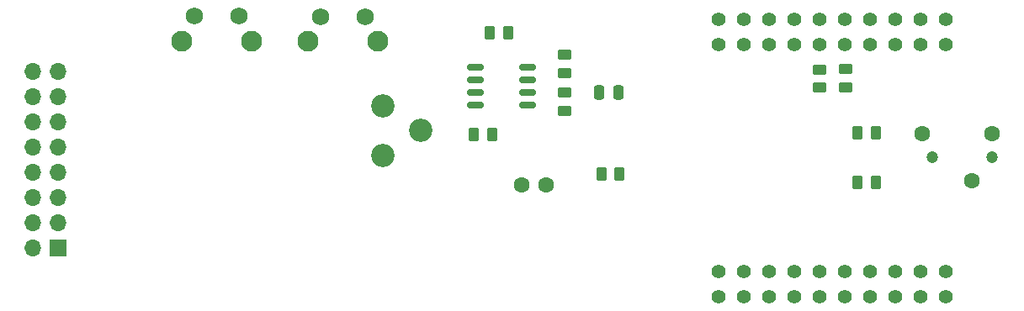
<source format=gbr>
%TF.GenerationSoftware,KiCad,Pcbnew,8.0.7*%
%TF.CreationDate,2025-01-11T10:05:48+01:00*%
%TF.ProjectId,ESP32_Audio_Spectrum_SSD1322,45535033-325f-4417-9564-696f5f537065,rev?*%
%TF.SameCoordinates,Original*%
%TF.FileFunction,Soldermask,Top*%
%TF.FilePolarity,Negative*%
%FSLAX46Y46*%
G04 Gerber Fmt 4.6, Leading zero omitted, Abs format (unit mm)*
G04 Created by KiCad (PCBNEW 8.0.7) date 2025-01-11 10:05:48*
%MOMM*%
%LPD*%
G01*
G04 APERTURE LIST*
G04 Aperture macros list*
%AMRoundRect*
0 Rectangle with rounded corners*
0 $1 Rounding radius*
0 $2 $3 $4 $5 $6 $7 $8 $9 X,Y pos of 4 corners*
0 Add a 4 corners polygon primitive as box body*
4,1,4,$2,$3,$4,$5,$6,$7,$8,$9,$2,$3,0*
0 Add four circle primitives for the rounded corners*
1,1,$1+$1,$2,$3*
1,1,$1+$1,$4,$5*
1,1,$1+$1,$6,$7*
1,1,$1+$1,$8,$9*
0 Add four rect primitives between the rounded corners*
20,1,$1+$1,$2,$3,$4,$5,0*
20,1,$1+$1,$4,$5,$6,$7,0*
20,1,$1+$1,$6,$7,$8,$9,0*
20,1,$1+$1,$8,$9,$2,$3,0*%
G04 Aperture macros list end*
%ADD10C,2.100000*%
%ADD11C,1.750000*%
%ADD12C,1.200000*%
%ADD13C,1.600000*%
%ADD14RoundRect,0.250000X0.450000X-0.262500X0.450000X0.262500X-0.450000X0.262500X-0.450000X-0.262500X0*%
%ADD15RoundRect,0.250000X-0.450000X0.262500X-0.450000X-0.262500X0.450000X-0.262500X0.450000X0.262500X0*%
%ADD16C,2.340000*%
%ADD17RoundRect,0.250000X0.262500X0.450000X-0.262500X0.450000X-0.262500X-0.450000X0.262500X-0.450000X0*%
%ADD18RoundRect,0.250000X0.250000X0.475000X-0.250000X0.475000X-0.250000X-0.475000X0.250000X-0.475000X0*%
%ADD19C,1.400000*%
%ADD20RoundRect,0.150000X0.675000X0.150000X-0.675000X0.150000X-0.675000X-0.150000X0.675000X-0.150000X0*%
%ADD21RoundRect,0.250000X-0.262500X-0.450000X0.262500X-0.450000X0.262500X0.450000X-0.262500X0.450000X0*%
%ADD22R,1.700000X1.700000*%
%ADD23O,1.700000X1.700000*%
G04 APERTURE END LIST*
D10*
%TO.C,BAR MODE*%
X119965000Y-86230000D03*
X126975000Y-86230000D03*
D11*
X121215000Y-83740000D03*
X125715000Y-83740000D03*
%TD*%
D12*
%TO.C,JACK1*%
X201495000Y-97960000D03*
X195495000Y-97960000D03*
D13*
X199495000Y-100360000D03*
X201495000Y-95560000D03*
X194495000Y-95560000D03*
%TD*%
D14*
%TO.C,R5*%
X158495000Y-89460000D03*
X158495000Y-87635000D03*
%TD*%
D15*
%TO.C,R3*%
X158495000Y-91460000D03*
X158495000Y-93285000D03*
%TD*%
D16*
%TO.C,RV1*%
X140190000Y-92780000D03*
X143990000Y-95280000D03*
X140190000Y-97780000D03*
%TD*%
D17*
%TO.C,R4*%
X151190000Y-95690000D03*
X149365000Y-95690000D03*
%TD*%
%TO.C,R1*%
X189820000Y-100460000D03*
X187995000Y-100460000D03*
%TD*%
D18*
%TO.C,C1*%
X163895000Y-91460000D03*
X161995000Y-91460000D03*
%TD*%
D19*
%TO.C,U1*%
X173995000Y-112000000D03*
X173995000Y-109460000D03*
X176535000Y-112000000D03*
X176535000Y-109460000D03*
X179075000Y-112000000D03*
X179075000Y-109460000D03*
X181615000Y-112000000D03*
X181615000Y-109460000D03*
X184155000Y-112000000D03*
X184155000Y-109460000D03*
X186695000Y-112000000D03*
X186695000Y-109460000D03*
X189235000Y-112000000D03*
X189235000Y-109460000D03*
X191775000Y-112000000D03*
X191775000Y-109460000D03*
X194315000Y-112000000D03*
X194315000Y-109460000D03*
X196855000Y-112000000D03*
X196855000Y-109460000D03*
X173995000Y-86600000D03*
X173995000Y-84060000D03*
X176535000Y-86600000D03*
X176535000Y-84060000D03*
X179075000Y-86600000D03*
X179075000Y-84060000D03*
X181615000Y-86600000D03*
X181615000Y-84060000D03*
X184155000Y-86600000D03*
X184155000Y-84060000D03*
X186695000Y-86600000D03*
X186695000Y-84060000D03*
X189235000Y-86600000D03*
X189235000Y-84060000D03*
X191775000Y-86600000D03*
X191775000Y-84060000D03*
X194315000Y-86600000D03*
X194315000Y-84060000D03*
X196855000Y-86600000D03*
X196855000Y-84060000D03*
%TD*%
D20*
%TO.C,U2*%
X154745000Y-92730000D03*
X154745000Y-91460000D03*
X154745000Y-90190000D03*
X154745000Y-88920000D03*
X149495000Y-88920000D03*
X149495000Y-90190000D03*
X149495000Y-91460000D03*
X149495000Y-92730000D03*
%TD*%
D17*
%TO.C,R6*%
X152820000Y-85460000D03*
X150995000Y-85460000D03*
%TD*%
D13*
%TO.C,C2*%
X154155000Y-100770000D03*
X156655000Y-100770000D03*
%TD*%
D10*
%TO.C,PEAK MODE*%
X132720000Y-86270000D03*
X139730000Y-86270000D03*
D11*
X133970000Y-83780000D03*
X138470000Y-83780000D03*
%TD*%
D15*
%TO.C,R8*%
X184130000Y-89130000D03*
X184130000Y-90955000D03*
%TD*%
%TO.C,R9*%
X186800000Y-89100000D03*
X186800000Y-90925000D03*
%TD*%
D17*
%TO.C,R2*%
X189820000Y-95460000D03*
X187995000Y-95460000D03*
%TD*%
D21*
%TO.C,R7*%
X162215000Y-99640000D03*
X164040000Y-99640000D03*
%TD*%
D22*
%TO.C,J1*%
X107535000Y-107080000D03*
D23*
X104995000Y-107080000D03*
X107535000Y-104540000D03*
X104995000Y-104540000D03*
X107535000Y-102000000D03*
X104995000Y-102000000D03*
X107535000Y-99460000D03*
X104995000Y-99460000D03*
X107535000Y-96920000D03*
X104995000Y-96920000D03*
X107535000Y-94380000D03*
X104995000Y-94380000D03*
X107535000Y-91840000D03*
X104995000Y-91840000D03*
X107535000Y-89300000D03*
X104995000Y-89300000D03*
%TD*%
M02*

</source>
